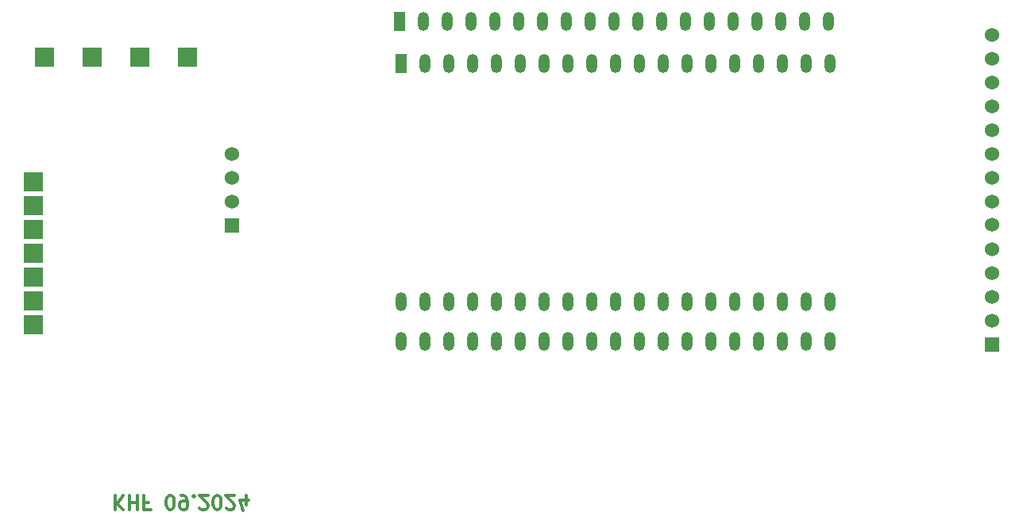
<source format=gbr>
%TF.GenerationSoftware,KiCad,Pcbnew,7.0.8*%
%TF.CreationDate,2024-09-05T21:50:58+02:00*%
%TF.ProjectId,ESP32_TFT2-8,45535033-325f-4544-9654-322d382e6b69,rev?*%
%TF.SameCoordinates,Original*%
%TF.FileFunction,Soldermask,Bot*%
%TF.FilePolarity,Negative*%
%FSLAX46Y46*%
G04 Gerber Fmt 4.6, Leading zero omitted, Abs format (unit mm)*
G04 Created by KiCad (PCBNEW 7.0.8) date 2024-09-05 21:50:58*
%MOMM*%
%LPD*%
G01*
G04 APERTURE LIST*
%ADD10C,0.300000*%
%ADD11R,2.000000X2.000000*%
%ADD12R,1.524000X1.524000*%
%ADD13C,1.524000*%
%ADD14R,1.200000X2.000000*%
%ADD15O,1.200000X2.000000*%
G04 APERTURE END LIST*
D10*
X105464510Y-140609171D02*
X105464510Y-142109171D01*
X106321653Y-140609171D02*
X105678796Y-141466314D01*
X106321653Y-142109171D02*
X105464510Y-141252028D01*
X106964510Y-140609171D02*
X106964510Y-142109171D01*
X106964510Y-141394885D02*
X107821653Y-141394885D01*
X107821653Y-140609171D02*
X107821653Y-142109171D01*
X109035939Y-141394885D02*
X108535939Y-141394885D01*
X108535939Y-140609171D02*
X108535939Y-142109171D01*
X108535939Y-142109171D02*
X109250225Y-142109171D01*
X111250225Y-142109171D02*
X111393082Y-142109171D01*
X111393082Y-142109171D02*
X111535939Y-142037742D01*
X111535939Y-142037742D02*
X111607368Y-141966314D01*
X111607368Y-141966314D02*
X111678796Y-141823457D01*
X111678796Y-141823457D02*
X111750225Y-141537742D01*
X111750225Y-141537742D02*
X111750225Y-141180600D01*
X111750225Y-141180600D02*
X111678796Y-140894885D01*
X111678796Y-140894885D02*
X111607368Y-140752028D01*
X111607368Y-140752028D02*
X111535939Y-140680600D01*
X111535939Y-140680600D02*
X111393082Y-140609171D01*
X111393082Y-140609171D02*
X111250225Y-140609171D01*
X111250225Y-140609171D02*
X111107368Y-140680600D01*
X111107368Y-140680600D02*
X111035939Y-140752028D01*
X111035939Y-140752028D02*
X110964510Y-140894885D01*
X110964510Y-140894885D02*
X110893082Y-141180600D01*
X110893082Y-141180600D02*
X110893082Y-141537742D01*
X110893082Y-141537742D02*
X110964510Y-141823457D01*
X110964510Y-141823457D02*
X111035939Y-141966314D01*
X111035939Y-141966314D02*
X111107368Y-142037742D01*
X111107368Y-142037742D02*
X111250225Y-142109171D01*
X112464510Y-140609171D02*
X112750224Y-140609171D01*
X112750224Y-140609171D02*
X112893081Y-140680600D01*
X112893081Y-140680600D02*
X112964510Y-140752028D01*
X112964510Y-140752028D02*
X113107367Y-140966314D01*
X113107367Y-140966314D02*
X113178796Y-141252028D01*
X113178796Y-141252028D02*
X113178796Y-141823457D01*
X113178796Y-141823457D02*
X113107367Y-141966314D01*
X113107367Y-141966314D02*
X113035939Y-142037742D01*
X113035939Y-142037742D02*
X112893081Y-142109171D01*
X112893081Y-142109171D02*
X112607367Y-142109171D01*
X112607367Y-142109171D02*
X112464510Y-142037742D01*
X112464510Y-142037742D02*
X112393081Y-141966314D01*
X112393081Y-141966314D02*
X112321653Y-141823457D01*
X112321653Y-141823457D02*
X112321653Y-141466314D01*
X112321653Y-141466314D02*
X112393081Y-141323457D01*
X112393081Y-141323457D02*
X112464510Y-141252028D01*
X112464510Y-141252028D02*
X112607367Y-141180600D01*
X112607367Y-141180600D02*
X112893081Y-141180600D01*
X112893081Y-141180600D02*
X113035939Y-141252028D01*
X113035939Y-141252028D02*
X113107367Y-141323457D01*
X113107367Y-141323457D02*
X113178796Y-141466314D01*
X113821652Y-140752028D02*
X113893081Y-140680600D01*
X113893081Y-140680600D02*
X113821652Y-140609171D01*
X113821652Y-140609171D02*
X113750224Y-140680600D01*
X113750224Y-140680600D02*
X113821652Y-140752028D01*
X113821652Y-140752028D02*
X113821652Y-140609171D01*
X114464510Y-141966314D02*
X114535938Y-142037742D01*
X114535938Y-142037742D02*
X114678796Y-142109171D01*
X114678796Y-142109171D02*
X115035938Y-142109171D01*
X115035938Y-142109171D02*
X115178796Y-142037742D01*
X115178796Y-142037742D02*
X115250224Y-141966314D01*
X115250224Y-141966314D02*
X115321653Y-141823457D01*
X115321653Y-141823457D02*
X115321653Y-141680600D01*
X115321653Y-141680600D02*
X115250224Y-141466314D01*
X115250224Y-141466314D02*
X114393081Y-140609171D01*
X114393081Y-140609171D02*
X115321653Y-140609171D01*
X116250224Y-142109171D02*
X116393081Y-142109171D01*
X116393081Y-142109171D02*
X116535938Y-142037742D01*
X116535938Y-142037742D02*
X116607367Y-141966314D01*
X116607367Y-141966314D02*
X116678795Y-141823457D01*
X116678795Y-141823457D02*
X116750224Y-141537742D01*
X116750224Y-141537742D02*
X116750224Y-141180600D01*
X116750224Y-141180600D02*
X116678795Y-140894885D01*
X116678795Y-140894885D02*
X116607367Y-140752028D01*
X116607367Y-140752028D02*
X116535938Y-140680600D01*
X116535938Y-140680600D02*
X116393081Y-140609171D01*
X116393081Y-140609171D02*
X116250224Y-140609171D01*
X116250224Y-140609171D02*
X116107367Y-140680600D01*
X116107367Y-140680600D02*
X116035938Y-140752028D01*
X116035938Y-140752028D02*
X115964509Y-140894885D01*
X115964509Y-140894885D02*
X115893081Y-141180600D01*
X115893081Y-141180600D02*
X115893081Y-141537742D01*
X115893081Y-141537742D02*
X115964509Y-141823457D01*
X115964509Y-141823457D02*
X116035938Y-141966314D01*
X116035938Y-141966314D02*
X116107367Y-142037742D01*
X116107367Y-142037742D02*
X116250224Y-142109171D01*
X117321652Y-141966314D02*
X117393080Y-142037742D01*
X117393080Y-142037742D02*
X117535938Y-142109171D01*
X117535938Y-142109171D02*
X117893080Y-142109171D01*
X117893080Y-142109171D02*
X118035938Y-142037742D01*
X118035938Y-142037742D02*
X118107366Y-141966314D01*
X118107366Y-141966314D02*
X118178795Y-141823457D01*
X118178795Y-141823457D02*
X118178795Y-141680600D01*
X118178795Y-141680600D02*
X118107366Y-141466314D01*
X118107366Y-141466314D02*
X117250223Y-140609171D01*
X117250223Y-140609171D02*
X118178795Y-140609171D01*
X119464509Y-141609171D02*
X119464509Y-140609171D01*
X119107366Y-142180600D02*
X118750223Y-141109171D01*
X118750223Y-141109171D02*
X119678794Y-141109171D01*
D11*
%TO.C,U5*%
X108090000Y-93920000D03*
%TD*%
D12*
%TO.C,U2*%
X198909600Y-124536320D03*
D13*
X198909600Y-121996320D03*
X198909600Y-119486320D03*
X198909600Y-116916320D03*
X198909600Y-114376320D03*
X198909600Y-111736320D03*
X198909600Y-109296320D03*
X198909600Y-106756320D03*
X198909600Y-104216320D03*
X198909600Y-101676320D03*
X198909600Y-99136320D03*
X198909600Y-96596320D03*
X198909600Y-94056320D03*
X198909600Y-91516320D03*
D12*
X117909600Y-111796320D03*
D13*
X117909600Y-109296320D03*
X117909600Y-106756320D03*
X117909600Y-104216320D03*
%TD*%
D11*
%TO.C,U6*%
X113170000Y-93920000D03*
%TD*%
%TO.C,U3*%
X97930000Y-93920000D03*
%TD*%
%TO.C,U4*%
X103010000Y-93920000D03*
%TD*%
%TO.C,U11*%
X96774000Y-117348000D03*
%TD*%
%TO.C,U7*%
X96774000Y-107188000D03*
%TD*%
D14*
%TO.C,U1*%
X135800000Y-90100000D03*
X135900000Y-94550000D03*
D15*
X138340000Y-90100000D03*
X138440000Y-94550000D03*
X140880000Y-90100000D03*
X140980000Y-94550000D03*
X143420000Y-90100000D03*
X143520000Y-94550000D03*
X145960000Y-90100000D03*
X146060000Y-94550000D03*
X148500000Y-90100000D03*
X148600000Y-94550000D03*
X151040000Y-90100000D03*
X151140000Y-94550000D03*
X153580000Y-90100000D03*
X153680000Y-94550000D03*
X156120000Y-90100000D03*
X156220000Y-94550000D03*
X158660000Y-90100000D03*
X158760000Y-94550000D03*
X161200000Y-90100000D03*
X161300000Y-94550000D03*
X163740000Y-90100000D03*
X163840000Y-94550000D03*
X166280000Y-90100000D03*
X166380000Y-94550000D03*
X168820000Y-90100000D03*
X168920000Y-94550000D03*
X171360000Y-90100000D03*
X171460000Y-94550000D03*
X173900000Y-90100000D03*
X174000000Y-94550000D03*
X176440000Y-90100000D03*
X176540000Y-94550000D03*
X178980000Y-90100000D03*
X179080000Y-94550000D03*
X181520000Y-90100000D03*
X181620000Y-94550000D03*
X181617280Y-119946320D03*
X181647280Y-124196321D03*
X179077280Y-119946320D03*
X179107280Y-124196321D03*
X176540000Y-119950000D03*
X176570000Y-124200001D03*
X174000000Y-119950000D03*
X174030000Y-124200001D03*
X171460000Y-119950000D03*
X171490000Y-124200001D03*
X168920000Y-119950000D03*
X168950000Y-124200001D03*
X166380000Y-119950000D03*
X166410000Y-124200001D03*
X163840000Y-119950000D03*
X163870000Y-124200001D03*
X161300000Y-119950000D03*
X161330000Y-124200001D03*
X158760000Y-119950000D03*
X158790000Y-124200001D03*
X156220000Y-119950000D03*
X156250000Y-124200001D03*
X153680000Y-119950000D03*
X153710000Y-124200001D03*
X151140000Y-119950000D03*
X151170000Y-124200001D03*
X148600000Y-119950000D03*
X148630000Y-124200001D03*
X146060000Y-119950000D03*
X146090000Y-124200001D03*
X143520000Y-119950000D03*
X143550000Y-124200001D03*
X140980000Y-119950000D03*
X141010000Y-124200001D03*
X138440000Y-119950000D03*
X138470000Y-124200001D03*
X135900000Y-119950000D03*
X135930000Y-124200001D03*
%TD*%
D11*
%TO.C,U8*%
X96774000Y-109728000D03*
%TD*%
%TO.C,U13*%
X96774000Y-122428000D03*
%TD*%
%TO.C,U12*%
X96774000Y-119888000D03*
%TD*%
%TO.C,U9*%
X96774000Y-112268000D03*
%TD*%
%TO.C,U10*%
X96774000Y-114808000D03*
%TD*%
M02*

</source>
